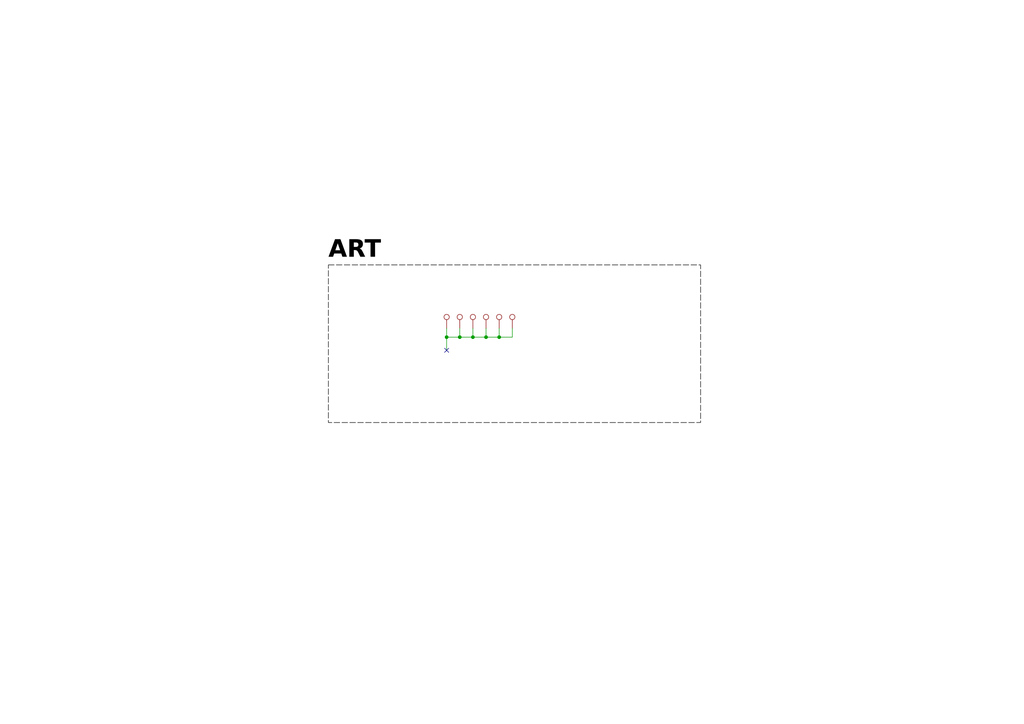
<source format=kicad_sch>
(kicad_sch (version 20231120) (generator "eeschema") (generator_version "8.0")
  (paper "A4")
  (title_block (title "SUMEC_MK_IV") (date "2024-08-05") (rev "v3.0.9") (company "SPS NA PROSEKU") (comment 1 "Made in Prague, Czech Republic") (comment 2 "CONTACT: Savva Popov, menmenson09@gmail.com, +420 605 570 366") (comment 3 "Made by Bismarx aka MenMenson") (comment 4 "SUMEC MK IV aka SMD-V3 board"))
  (lib_symbols
    (symbol "Connector:TestPoint" (pin_numbers hide) (pin_names (offset 0.762) hide)
      (property "Reference" "TP" (at 0 6.858 0))
      (property "Value" "TestPoint" (at 0 5.08 0))
      (symbol "TestPoint_0_1"
        (circle (center 0 3.302) (radius 0.762))
      )
      (symbol "TestPoint_1_1"
        (pin passive line (at 0 0 90) (length 2.54) (name "1") (number "1"))
      )
    )
  )
  (junction (at 140.97 97.79))
  (junction (at 133.35 97.79))
  (junction (at 144.78 97.79))
  (junction (at 137.16 97.79))
  (junction (at 129.54 97.79))
  (no_connect (at 129.54 101.6))
  (wire (pts (xy 129.54 97.79) (xy 129.54 101.6)))
  (wire (pts (xy 144.78 97.79) (xy 148.59 97.79)))
  (wire (pts (xy 137.16 95.25) (xy 137.16 97.79)))
  (wire (pts (xy 144.78 95.25) (xy 144.78 97.79)))
  (wire (pts (xy 129.54 97.79) (xy 133.35 97.79)))
  (wire (pts (xy 140.97 97.79) (xy 137.16 97.79)))
  (wire (pts (xy 133.35 97.79) (xy 137.16 97.79)))
  (wire (pts (xy 144.78 97.79) (xy 140.97 97.79)))
  (wire (pts (xy 140.97 95.25) (xy 140.97 97.79)))
  (wire (pts (xy 148.59 97.79) (xy 148.59 95.25)))
  (wire (pts (xy 129.54 95.25) (xy 129.54 97.79)))
  (wire (pts (xy 133.35 97.79) (xy 133.35 95.25)))
  (rectangle (start 95.25 76.835) (end 203.2 122.555) (stroke (width 0) (type dash) (color 0 0 0 1)))
  (text "ART" (at 95.25 76.835 0) (effects (font (size 5 5) (bold yes)) (justify left bottom)))
  (symbol (lib_id "Connector:TestPoint") (at 144.78 95.25 0) (unit 1)
    (property "Reference" "TP9" (effects (hide yes)))
    (property "Value" "TestPoint" (effects (hide yes)))
    (property "Footprint" "sumec_graphic:SUMEC_INST_IMG" (effects (hide yes)))
    (property "Description" "test point" (effects (hide yes)))
  )
  (symbol (lib_id "Connector:TestPoint") (at 148.59 95.25 0) (unit 1)
    (property "Reference" "TP10" (effects (hide yes)))
    (property "Value" "TestPoint" (effects (hide yes)))
    (property "Footprint" "sumec_graphic:FREEFALL_IMG" (effects (hide yes)))
    (property "Description" "test point" (effects (hide yes)))
  )
  (symbol (lib_id "Connector:TestPoint") (at 140.97 95.25 0) (unit 1)
    (property "Reference" "TP8" (effects (hide yes)))
    (property "Value" "TestPoint" (effects (hide yes)))
    (property "Footprint" "sumec_graphic:ME_FR_IMG" (effects (hide yes)))
    (property "Description" "test point" (effects (hide yes)))
  )
  (symbol (lib_id "Connector:TestPoint") (at 133.35 95.25 0) (unit 1)
    (property "Reference" "TP6" (effects (hide yes)))
    (property "Value" "TestPoint" (effects (hide yes)))
    (property "Footprint" "sumec_graphic:SUMEC_LOGO_IMG" (effects (hide yes)))
    (property "Description" "test point" (effects (hide yes)))
  )
  (symbol (lib_id "Connector:TestPoint") (at 129.54 95.25 0) (unit 1)
    (property "Reference" "TP5" (effects (hide yes)))
    (property "Value" "TestPoint" (effects (hide yes)))
    (property "Footprint" "sumec_graphic:SPS_LOGO_IMG" (effects (hide yes)))
    (property "Description" "test point" (effects (hide yes)))
  )
  (symbol (lib_id "Connector:TestPoint") (at 137.16 95.25 0) (unit 1)
    (property "Reference" "TP7" (effects (hide yes)))
    (property "Value" "TestPoint" (effects (hide yes)))
    (property "Footprint" "sumec_graphic:ULTRAKILL_IMG" (effects (hide yes)))
    (property "Description" "test point" (effects (hide yes)))
  )
)
</source>
